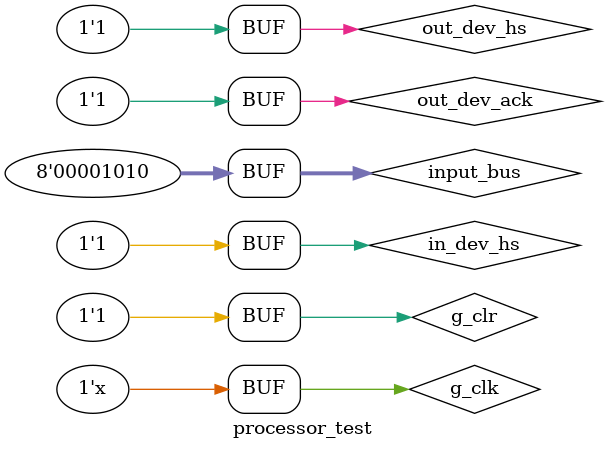
<source format=v>
`timescale 1ns / 1ps


module processor_test;

	// Inputs
	reg g_clk;
	reg g_clr;
	reg in_dev_hs;
	reg out_dev_hs;
	reg out_dev_ack;
	reg [7:0] input_bus;
	
	

	// Outputs
	wire in_dev_ack;
	wire [7:0] output_bus;
	wire [7:0] mem0;
	wire [7:0] mem1;
	wire [7:0] mem2;
	wire [7:0] mem3;
	wire [7:0] mem4;
	wire [7:0] mem5;
	wire [7:0] mem6;
	wire [7:0] mem7;
	wire [7:0] c_data0;
	wire [7:0] c_data1;
	wire [7:0] c_data2;
	wire [7:0] c_data3;
	wire [7:0] c_addr0;
	wire [7:0] c_addr1;
	wire [7:0] c_addr2;
	wire [7:0] c_addr3;
	wire [1:0] c_hit;
	wire [1:0] c_LRU;
	wire cache_hit;
	wire C;
	wire V;
	wire Z;
	wire [14:0] stage0;
	wire [71:0] stage1;
	wire stage0_rdy;
	wire stage1_rdy;
	wire [7:0] stg0_instr;
	wire [7:0] stg1_instr;
	wire [7:0] pc_output;
	wire [7:0] acc_reg_out;
	wire [7:0] alu_out_w;
	wire [7:0] a_reg_out;
	wire [7:0] b_reg_out;
	wire [7:0] mar_out_w;
	wire [7:0] mdr_out_w;
	wire [2:0] num_shift_out;
	wire [7:0] shifter_out;
	wire [7:0] ch_output;
	wire ch_target_rw;
	wire [7:0] ch_target_data;
	wire [3:0] ch_state;
	wire [7:0] ram_data_in;
	wire [7:0] ram_addr_in;

	// Instantiate the Unit Under Test (UUT)
	processor uut (
		.g_clk(g_clk), 
		.g_clr(g_clr), 
		.in_dev_hs(in_dev_hs), 
		.out_dev_hs(out_dev_hs), 
		.out_dev_ack(out_dev_ack), 
		.in_dev_ack(in_dev_ack), 
		.input_bus(input_bus), 
		.output_bus(output_bus), 
		.mem0(mem0), 
		.mem1(mem1), 
		.mem2(mem2), 
		.mem3(mem3), 
		.mem4(mem4), 
		.mem5(mem5), 
		.mem6(mem6), 
		.mem7(mem7), 
		.c_data0(c_data0), 
		.c_data1(c_data1), 
		.c_data2(c_data2), 
		.c_data3(c_data3), 
		.c_addr0(c_addr0), 
		.c_addr1(c_addr1), 
		.c_addr2(c_addr2), 
		.c_addr3(c_addr3), 
		.c_hit(c_hit), 
		.c_LRU(c_LRU), 
		.cache_hit(cache_hit), 
		.C(C), 
		.V(V), 
		.Z(Z), 
		.stage0(stage0), 
		.stage1(stage1),
		.stage0_rdy(stage0_rdy),
		.stage1_rdy(stage1_rdy),
		.stg0_instr(stg0_instr),
		.stg1_instr(stg1_instr),
		.pc_output(pc_output),
		.acc_reg_out(acc_reg_out),
		.alu_out_w(alu_out_w),
		.a_reg_out(a_reg_out),
		.b_reg_out(b_reg_out),
		.mar_out_w(mar_out_w),
		.mdr_out_w(mdr_out_w),
		.num_shift_out(num_shift_out),
		.shifter_out(shifter_out),
		.ch_output(ch_output),
		.ch_target_rw(ch_target_rw),
		.ch_target_data(ch_target_data),
		.ch_state(ch_state),
		.ram_data_in(ram_data_in),
		.ram_addr_in(ram_addr_in)
	);

	initial begin
		// Initialize Inputs
		g_clk = 0;
		g_clr = 0;
		in_dev_hs = 1;
		out_dev_hs = 1;
		out_dev_ack = 1;
		input_bus = 8'b00001010;

		// Wait 100 ns for global reset to finish
		#100;
        
		// Add stimulus here

	end
	
	always begin 
		#10 g_clk = ~g_clk; 
	end
	
	always begin
		#100 g_clr <= 1'b1;
	end
	
      
endmodule


</source>
